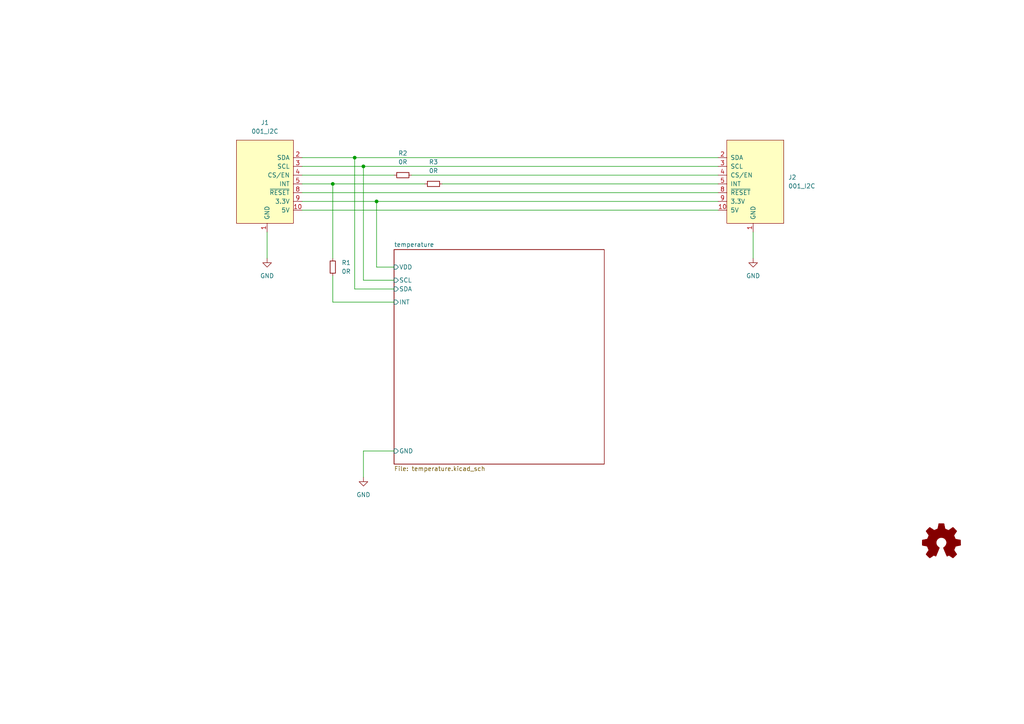
<source format=kicad_sch>
(kicad_sch (version 20211123) (generator eeschema)

  (uuid 57732dd3-1162-4c3f-88bd-31bf473d124d)

  (paper "A4")

  (lib_symbols
    (symbol "Device:R_Small" (pin_numbers hide) (pin_names (offset 0.254) hide) (in_bom yes) (on_board yes)
      (property "Reference" "R" (id 0) (at 0.762 0.508 0)
        (effects (font (size 1.27 1.27)) (justify left))
      )
      (property "Value" "R_Small" (id 1) (at 0.762 -1.016 0)
        (effects (font (size 1.27 1.27)) (justify left))
      )
      (property "Footprint" "" (id 2) (at 0 0 0)
        (effects (font (size 1.27 1.27)) hide)
      )
      (property "Datasheet" "~" (id 3) (at 0 0 0)
        (effects (font (size 1.27 1.27)) hide)
      )
      (property "ki_keywords" "R resistor" (id 4) (at 0 0 0)
        (effects (font (size 1.27 1.27)) hide)
      )
      (property "ki_description" "Resistor, small symbol" (id 5) (at 0 0 0)
        (effects (font (size 1.27 1.27)) hide)
      )
      (property "ki_fp_filters" "R_*" (id 6) (at 0 0 0)
        (effects (font (size 1.27 1.27)) hide)
      )
      (symbol "R_Small_0_1"
        (rectangle (start -0.762 1.778) (end 0.762 -1.778)
          (stroke (width 0.2032) (type default) (color 0 0 0 0))
          (fill (type none))
        )
      )
      (symbol "R_Small_1_1"
        (pin passive line (at 0 2.54 270) (length 0.762)
          (name "~" (effects (font (size 1.27 1.27))))
          (number "1" (effects (font (size 1.27 1.27))))
        )
        (pin passive line (at 0 -2.54 90) (length 0.762)
          (name "~" (effects (font (size 1.27 1.27))))
          (number "2" (effects (font (size 1.27 1.27))))
        )
      )
    )
    (symbol "Graphic:Logo_Open_Hardware_Small" (pin_names (offset 1.016)) (in_bom yes) (on_board yes)
      (property "Reference" "#LOGO" (id 0) (at 0 6.985 0)
        (effects (font (size 1.27 1.27)) hide)
      )
      (property "Value" "Logo_Open_Hardware_Small" (id 1) (at 0 -5.715 0)
        (effects (font (size 1.27 1.27)) hide)
      )
      (property "Footprint" "" (id 2) (at 0 0 0)
        (effects (font (size 1.27 1.27)) hide)
      )
      (property "Datasheet" "~" (id 3) (at 0 0 0)
        (effects (font (size 1.27 1.27)) hide)
      )
      (property "ki_keywords" "Logo" (id 4) (at 0 0 0)
        (effects (font (size 1.27 1.27)) hide)
      )
      (property "ki_description" "Open Hardware logo, small" (id 5) (at 0 0 0)
        (effects (font (size 1.27 1.27)) hide)
      )
      (symbol "Logo_Open_Hardware_Small_0_1"
        (polyline
          (pts
            (xy 3.3528 -4.3434)
            (xy 3.302 -4.318)
            (xy 3.175 -4.2418)
            (xy 2.9972 -4.1148)
            (xy 2.7686 -3.9624)
            (xy 2.54 -3.81)
            (xy 2.3622 -3.7084)
            (xy 2.2352 -3.6068)
            (xy 2.1844 -3.5814)
            (xy 2.159 -3.6068)
            (xy 2.0574 -3.6576)
            (xy 1.905 -3.7338)
            (xy 1.8034 -3.7846)
            (xy 1.6764 -3.8354)
            (xy 1.6002 -3.8354)
            (xy 1.6002 -3.8354)
            (xy 1.5494 -3.7338)
            (xy 1.4732 -3.5306)
            (xy 1.3462 -3.302)
            (xy 1.2446 -3.0226)
            (xy 1.1176 -2.7178)
            (xy 0.9652 -2.413)
            (xy 0.8636 -2.1082)
            (xy 0.7366 -1.8288)
            (xy 0.6604 -1.6256)
            (xy 0.6096 -1.4732)
            (xy 0.5842 -1.397)
            (xy 0.5842 -1.397)
            (xy 0.6604 -1.3208)
            (xy 0.7874 -1.2446)
            (xy 1.0414 -1.016)
            (xy 1.2954 -0.6858)
            (xy 1.4478 -0.3302)
            (xy 1.524 0.0762)
            (xy 1.4732 0.4572)
            (xy 1.3208 0.8128)
            (xy 1.0668 1.143)
            (xy 0.762 1.3716)
            (xy 0.4064 1.524)
            (xy 0 1.5748)
            (xy -0.381 1.5494)
            (xy -0.7366 1.397)
            (xy -1.0668 1.143)
            (xy -1.2192 0.9906)
            (xy -1.397 0.6604)
            (xy -1.524 0.3048)
            (xy -1.524 0.2286)
            (xy -1.4986 -0.1778)
            (xy -1.397 -0.5334)
            (xy -1.1938 -0.8636)
            (xy -0.9144 -1.143)
            (xy -0.8636 -1.1684)
            (xy -0.7366 -1.27)
            (xy -0.635 -1.3462)
            (xy -0.5842 -1.397)
            (xy -1.0668 -2.5908)
            (xy -1.143 -2.794)
            (xy -1.2954 -3.1242)
            (xy -1.397 -3.4036)
            (xy -1.4986 -3.6322)
            (xy -1.5748 -3.7846)
            (xy -1.6002 -3.8354)
            (xy -1.6002 -3.8354)
            (xy -1.651 -3.8354)
            (xy -1.7272 -3.81)
            (xy -1.905 -3.7338)
            (xy -2.0066 -3.683)
            (xy -2.1336 -3.6068)
            (xy -2.2098 -3.5814)
            (xy -2.2606 -3.6068)
            (xy -2.3622 -3.683)
            (xy -2.54 -3.81)
            (xy -2.7686 -3.9624)
            (xy -2.9718 -4.0894)
            (xy -3.1496 -4.2164)
            (xy -3.302 -4.318)
            (xy -3.3528 -4.3434)
            (xy -3.3782 -4.3434)
            (xy -3.429 -4.318)
            (xy -3.5306 -4.2164)
            (xy -3.7084 -4.064)
            (xy -3.937 -3.8354)
            (xy -3.9624 -3.81)
            (xy -4.1656 -3.6068)
            (xy -4.318 -3.4544)
            (xy -4.4196 -3.3274)
            (xy -4.445 -3.2766)
            (xy -4.445 -3.2766)
            (xy -4.4196 -3.2258)
            (xy -4.318 -3.0734)
            (xy -4.2164 -2.8956)
            (xy -4.064 -2.667)
            (xy -3.6576 -2.0828)
            (xy -3.8862 -1.5494)
            (xy -3.937 -1.3716)
            (xy -4.0386 -1.1684)
            (xy -4.0894 -1.0414)
            (xy -4.1148 -0.9652)
            (xy -4.191 -0.9398)
            (xy -4.318 -0.9144)
            (xy -4.5466 -0.8636)
            (xy -4.8006 -0.8128)
            (xy -5.0546 -0.7874)
            (xy -5.2578 -0.7366)
            (xy -5.4356 -0.7112)
            (xy -5.5118 -0.6858)
            (xy -5.5118 -0.6858)
            (xy -5.5372 -0.635)
            (xy -5.5372 -0.5588)
            (xy -5.5372 -0.4318)
            (xy -5.5626 -0.2286)
            (xy -5.5626 0.0762)
            (xy -5.5626 0.127)
            (xy -5.5372 0.4064)
            (xy -5.5372 0.635)
            (xy -5.5372 0.762)
            (xy -5.5372 0.8382)
            (xy -5.5372 0.8382)
            (xy -5.461 0.8382)
            (xy -5.3086 0.889)
            (xy -5.08 0.9144)
            (xy -4.826 0.9652)
            (xy -4.8006 0.9906)
            (xy -4.5466 1.0414)
            (xy -4.318 1.0668)
            (xy -4.1656 1.1176)
            (xy -4.0894 1.143)
            (xy -4.0894 1.143)
            (xy -4.0386 1.2446)
            (xy -3.9624 1.4224)
            (xy -3.8608 1.6256)
            (xy -3.7846 1.8288)
            (xy -3.7084 2.0066)
            (xy -3.6576 2.159)
            (xy -3.6322 2.2098)
            (xy -3.6322 2.2098)
            (xy -3.683 2.286)
            (xy -3.7592 2.413)
            (xy -3.8862 2.5908)
            (xy -4.064 2.8194)
            (xy -4.064 2.8448)
            (xy -4.2164 3.0734)
            (xy -4.3434 3.2512)
            (xy -4.4196 3.3782)
            (xy -4.445 3.4544)
            (xy -4.445 3.4544)
            (xy -4.3942 3.5052)
            (xy -4.2926 3.6322)
            (xy -4.1148 3.81)
            (xy -3.937 4.0132)
            (xy -3.8608 4.064)
            (xy -3.6576 4.2926)
            (xy -3.5052 4.4196)
            (xy -3.4036 4.4958)
            (xy -3.3528 4.5212)
            (xy -3.3528 4.5212)
            (xy -3.302 4.4704)
            (xy -3.1496 4.3688)
            (xy -2.9718 4.2418)
            (xy -2.7432 4.0894)
            (xy -2.7178 4.0894)
            (xy -2.4892 3.937)
            (xy -2.3114 3.81)
            (xy -2.1844 3.7084)
            (xy -2.1336 3.683)
            (xy -2.1082 3.683)
            (xy -2.032 3.7084)
            (xy -1.8542 3.7592)
            (xy -1.6764 3.8354)
            (xy -1.4732 3.937)
            (xy -1.27 4.0132)
            (xy -1.143 4.064)
            (xy -1.0668 4.1148)
            (xy -1.0668 4.1148)
            (xy -1.0414 4.191)
            (xy -1.016 4.3434)
            (xy -0.9652 4.572)
            (xy -0.9144 4.8514)
            (xy -0.889 4.9022)
            (xy -0.8382 5.1562)
            (xy -0.8128 5.3848)
            (xy -0.7874 5.5372)
            (xy -0.762 5.588)
            (xy -0.7112 5.6134)
            (xy -0.5842 5.6134)
            (xy -0.4064 5.6134)
            (xy -0.1524 5.6134)
            (xy 0.0762 5.6134)
            (xy 0.3302 5.6134)
            (xy 0.5334 5.6134)
            (xy 0.6858 5.588)
            (xy 0.7366 5.588)
            (xy 0.7366 5.588)
            (xy 0.762 5.5118)
            (xy 0.8128 5.334)
            (xy 0.8382 5.1054)
            (xy 0.9144 4.826)
            (xy 0.9144 4.7752)
            (xy 0.9652 4.5212)
            (xy 1.016 4.2926)
            (xy 1.0414 4.1402)
            (xy 1.0668 4.0894)
            (xy 1.0668 4.0894)
            (xy 1.1938 4.0386)
            (xy 1.3716 3.9624)
            (xy 1.5748 3.8608)
            (xy 2.0828 3.6576)
            (xy 2.7178 4.0894)
            (xy 2.7686 4.1402)
            (xy 2.9972 4.2926)
            (xy 3.175 4.4196)
            (xy 3.302 4.4958)
            (xy 3.3782 4.5212)
            (xy 3.3782 4.5212)
            (xy 3.429 4.4704)
            (xy 3.556 4.3434)
            (xy 3.7338 4.191)
            (xy 3.9116 3.9878)
            (xy 4.064 3.8354)
            (xy 4.2418 3.6576)
            (xy 4.3434 3.556)
            (xy 4.4196 3.4798)
            (xy 4.4196 3.429)
            (xy 4.4196 3.4036)
            (xy 4.3942 3.3274)
            (xy 4.2926 3.2004)
            (xy 4.1656 2.9972)
            (xy 4.0132 2.794)
            (xy 3.8862 2.5908)
            (xy 3.7592 2.3876)
            (xy 3.6576 2.2352)
            (xy 3.6322 2.159)
            (xy 3.6322 2.1336)
            (xy 3.683 2.0066)
            (xy 3.7592 1.8288)
            (xy 3.8608 1.6002)
            (xy 4.064 1.1176)
            (xy 4.3942 1.0414)
            (xy 4.5974 1.016)
            (xy 4.8768 0.9652)
            (xy 5.1308 0.9144)
            (xy 5.5372 0.8382)
            (xy 5.5626 -0.6604)
            (xy 5.4864 -0.6858)
            (xy 5.4356 -0.6858)
            (xy 5.2832 -0.7366)
            (xy 5.0546 -0.762)
            (xy 4.8006 -0.8128)
            (xy 4.5974 -0.8636)
            (xy 4.3688 -0.9144)
            (xy 4.2164 -0.9398)
            (xy 4.1402 -0.9398)
            (xy 4.1148 -0.9652)
            (xy 4.064 -1.0668)
            (xy 3.9878 -1.2446)
            (xy 3.9116 -1.4478)
            (xy 3.81 -1.651)
            (xy 3.7338 -1.8542)
            (xy 3.683 -2.0066)
            (xy 3.6576 -2.0828)
            (xy 3.683 -2.1336)
            (xy 3.7846 -2.2606)
            (xy 3.8862 -2.4638)
            (xy 4.0386 -2.667)
            (xy 4.191 -2.8956)
            (xy 4.318 -3.0734)
            (xy 4.3942 -3.2004)
            (xy 4.445 -3.2766)
            (xy 4.4196 -3.3274)
            (xy 4.3434 -3.429)
            (xy 4.1656 -3.5814)
            (xy 3.937 -3.8354)
            (xy 3.8862 -3.8608)
            (xy 3.683 -4.064)
            (xy 3.5306 -4.2164)
            (xy 3.4036 -4.318)
            (xy 3.3528 -4.3434)
          )
          (stroke (width 0) (type default) (color 0 0 0 0))
          (fill (type outline))
        )
      )
    )
    (symbol "power:GND" (power) (pin_names (offset 0)) (in_bom yes) (on_board yes)
      (property "Reference" "#PWR" (id 0) (at 0 -6.35 0)
        (effects (font (size 1.27 1.27)) hide)
      )
      (property "Value" "GND" (id 1) (at 0 -3.81 0)
        (effects (font (size 1.27 1.27)))
      )
      (property "Footprint" "" (id 2) (at 0 0 0)
        (effects (font (size 1.27 1.27)) hide)
      )
      (property "Datasheet" "" (id 3) (at 0 0 0)
        (effects (font (size 1.27 1.27)) hide)
      )
      (property "ki_keywords" "power-flag" (id 4) (at 0 0 0)
        (effects (font (size 1.27 1.27)) hide)
      )
      (property "ki_description" "Power symbol creates a global label with name \"GND\" , ground" (id 5) (at 0 0 0)
        (effects (font (size 1.27 1.27)) hide)
      )
      (symbol "GND_0_1"
        (polyline
          (pts
            (xy 0 0)
            (xy 0 -1.27)
            (xy 1.27 -1.27)
            (xy 0 -2.54)
            (xy -1.27 -1.27)
            (xy 0 -1.27)
          )
          (stroke (width 0) (type default) (color 0 0 0 0))
          (fill (type none))
        )
      )
      (symbol "GND_1_1"
        (pin power_in line (at 0 0 270) (length 0) hide
          (name "GND" (effects (font (size 1.27 1.27))))
          (number "1" (effects (font (size 1.27 1.27))))
        )
      )
    )
    (symbol "put_on_edge:001_I2C" (pin_names (offset 1.016)) (in_bom yes) (on_board yes)
      (property "Reference" "J" (id 0) (at -2.54 13.97 0)
        (effects (font (size 1.27 1.27)))
      )
      (property "Value" "001_I2C" (id 1) (at 8.89 13.97 0)
        (effects (font (size 1.27 1.27)))
      )
      (property "Footprint" "" (id 2) (at 7.62 16.51 0)
        (effects (font (size 1.27 1.27)) hide)
      )
      (property "Datasheet" "" (id 3) (at 7.62 16.51 0)
        (effects (font (size 1.27 1.27)) hide)
      )
      (symbol "001_I2C_0_1"
        (rectangle (start -8.89 12.7) (end 7.62 -11.43)
          (stroke (width 0) (type default) (color 0 0 0 0))
          (fill (type background))
        )
      )
      (symbol "001_I2C_1_1"
        (pin power_in line (at -1.27 -13.97 90) (length 2.54)
          (name "GND" (effects (font (size 1.27 1.27))))
          (number "1" (effects (font (size 1.27 1.27))))
        )
        (pin power_in line (at -11.43 -7.62 0) (length 2.54)
          (name "5V" (effects (font (size 1.27 1.27))))
          (number "10" (effects (font (size 1.27 1.27))))
        )
        (pin bidirectional line (at -11.43 7.62 0) (length 2.54)
          (name "SDA" (effects (font (size 1.27 1.27))))
          (number "2" (effects (font (size 1.27 1.27))))
        )
        (pin bidirectional line (at -11.43 5.08 0) (length 2.54)
          (name "SCL" (effects (font (size 1.27 1.27))))
          (number "3" (effects (font (size 1.27 1.27))))
        )
        (pin bidirectional line (at -11.43 2.54 0) (length 2.54)
          (name "CS/EN" (effects (font (size 1.27 1.27))))
          (number "4" (effects (font (size 1.27 1.27))))
        )
        (pin bidirectional line (at -11.43 0 0) (length 2.54)
          (name "INT" (effects (font (size 1.27 1.27))))
          (number "5" (effects (font (size 1.27 1.27))))
        )
        (pin bidirectional line (at -11.43 -2.54 0) (length 2.54)
          (name "~{RESET}" (effects (font (size 1.27 1.27))))
          (number "8" (effects (font (size 1.27 1.27))))
        )
        (pin power_in line (at -11.43 -5.08 0) (length 2.54)
          (name "3.3V" (effects (font (size 1.27 1.27))))
          (number "9" (effects (font (size 1.27 1.27))))
        )
      )
    )
  )

  (junction (at 105.41 48.26) (diameter 0) (color 0 0 0 0)
    (uuid 2f936b3f-72e0-4ae3-8a3c-0e3daace03b1)
  )
  (junction (at 109.22 58.42) (diameter 0) (color 0 0 0 0)
    (uuid 64f8a216-3350-49ad-b406-6f23130250ca)
  )
  (junction (at 96.52 53.34) (diameter 0) (color 0 0 0 0)
    (uuid 744fb3d3-f965-4956-96dc-e105e83169fc)
  )
  (junction (at 102.87 45.72) (diameter 0) (color 0 0 0 0)
    (uuid cfca0568-e7c8-44f8-aed1-0a14fdf863ae)
  )

  (wire (pts (xy 96.52 80.01) (xy 96.52 87.63))
    (stroke (width 0) (type default) (color 0 0 0 0))
    (uuid 0d48477f-89ec-4761-97a9-6bb60bc74627)
  )
  (wire (pts (xy 114.3 81.28) (xy 105.41 81.28))
    (stroke (width 0) (type default) (color 0 0 0 0))
    (uuid 10b6a639-92e1-4030-b6ed-912482a53dbf)
  )
  (wire (pts (xy 96.52 53.34) (xy 96.52 74.93))
    (stroke (width 0) (type default) (color 0 0 0 0))
    (uuid 155fb9c8-4cac-48d5-9ff2-f4ed740d3d8e)
  )
  (wire (pts (xy 96.52 87.63) (xy 114.3 87.63))
    (stroke (width 0) (type default) (color 0 0 0 0))
    (uuid 27d92bc3-9811-4cd1-81ef-6cd69be3fb9b)
  )
  (wire (pts (xy 87.63 55.88) (xy 208.28 55.88))
    (stroke (width 0) (type default) (color 0 0 0 0))
    (uuid 2d67bee8-1db3-4d76-97db-f5747579807c)
  )
  (wire (pts (xy 109.22 58.42) (xy 208.28 58.42))
    (stroke (width 0) (type default) (color 0 0 0 0))
    (uuid 35d1f935-fadd-49e6-8e54-d6e4410621a6)
  )
  (wire (pts (xy 87.63 53.34) (xy 96.52 53.34))
    (stroke (width 0) (type default) (color 0 0 0 0))
    (uuid 3a225a86-5ca4-4595-a876-bf0c0ab8555c)
  )
  (wire (pts (xy 105.41 130.81) (xy 105.41 138.43))
    (stroke (width 0) (type default) (color 0 0 0 0))
    (uuid 3c58fca4-9dda-460e-8c4e-9dea0aa3d35b)
  )
  (wire (pts (xy 114.3 77.47) (xy 109.22 77.47))
    (stroke (width 0) (type default) (color 0 0 0 0))
    (uuid 3e85ba27-8576-4557-b368-6b6061564889)
  )
  (wire (pts (xy 77.47 67.31) (xy 77.47 74.93))
    (stroke (width 0) (type default) (color 0 0 0 0))
    (uuid 49adbd6d-e46b-418e-a953-87f583108a17)
  )
  (wire (pts (xy 87.63 45.72) (xy 102.87 45.72))
    (stroke (width 0) (type default) (color 0 0 0 0))
    (uuid 5eaa8930-278e-48ac-8fd4-5b9cfb513032)
  )
  (wire (pts (xy 87.63 48.26) (xy 105.41 48.26))
    (stroke (width 0) (type default) (color 0 0 0 0))
    (uuid 6931d934-ea6f-4c9c-8084-011e77548e11)
  )
  (wire (pts (xy 102.87 45.72) (xy 208.28 45.72))
    (stroke (width 0) (type default) (color 0 0 0 0))
    (uuid 6cffbfb6-717d-486c-9885-0d9be3d29fd3)
  )
  (wire (pts (xy 105.41 48.26) (xy 208.28 48.26))
    (stroke (width 0) (type default) (color 0 0 0 0))
    (uuid 6f90f2a9-d165-4cd2-96c7-df0e509f9163)
  )
  (wire (pts (xy 105.41 81.28) (xy 105.41 48.26))
    (stroke (width 0) (type default) (color 0 0 0 0))
    (uuid 8456b4b9-9736-4488-a68f-4de010556785)
  )
  (wire (pts (xy 87.63 50.8) (xy 114.3 50.8))
    (stroke (width 0) (type default) (color 0 0 0 0))
    (uuid 852c4e43-d4ec-4a3c-9562-a06cebaedbf2)
  )
  (wire (pts (xy 96.52 53.34) (xy 123.19 53.34))
    (stroke (width 0) (type default) (color 0 0 0 0))
    (uuid 95cd7867-ddf8-452b-99b2-244b9478f263)
  )
  (wire (pts (xy 105.41 130.81) (xy 114.3 130.81))
    (stroke (width 0) (type default) (color 0 0 0 0))
    (uuid 97662ef2-5a5f-4fc4-a64d-8353bd3a25c2)
  )
  (wire (pts (xy 119.38 50.8) (xy 208.28 50.8))
    (stroke (width 0) (type default) (color 0 0 0 0))
    (uuid acb4acd2-bc20-4302-9cf8-86385299b0c0)
  )
  (wire (pts (xy 218.44 67.31) (xy 218.44 74.93))
    (stroke (width 0) (type default) (color 0 0 0 0))
    (uuid accd2906-5e36-4e89-a654-77c0c1493701)
  )
  (wire (pts (xy 114.3 83.82) (xy 102.87 83.82))
    (stroke (width 0) (type default) (color 0 0 0 0))
    (uuid cb8c9082-9142-4fa4-b4bd-93c0ef4a8df4)
  )
  (wire (pts (xy 87.63 58.42) (xy 109.22 58.42))
    (stroke (width 0) (type default) (color 0 0 0 0))
    (uuid d22d27a5-96a4-4480-827e-ae22a6c75c4f)
  )
  (wire (pts (xy 109.22 77.47) (xy 109.22 58.42))
    (stroke (width 0) (type default) (color 0 0 0 0))
    (uuid d2ee942e-6000-4627-a56e-907b08e756d0)
  )
  (wire (pts (xy 102.87 83.82) (xy 102.87 45.72))
    (stroke (width 0) (type default) (color 0 0 0 0))
    (uuid ddf0b279-6089-40e5-b20f-0d28e7ef0423)
  )
  (wire (pts (xy 87.63 60.96) (xy 208.28 60.96))
    (stroke (width 0) (type default) (color 0 0 0 0))
    (uuid e8eaa468-5f47-4ccb-b889-9d2d5f159e5e)
  )
  (wire (pts (xy 128.27 53.34) (xy 208.28 53.34))
    (stroke (width 0) (type default) (color 0 0 0 0))
    (uuid fcb7a535-6247-45bc-aaf8-bb28f82bddf0)
  )

  (symbol (lib_id "put_on_edge:001_I2C") (at 219.71 53.34 0) (unit 1)
    (in_bom yes) (on_board yes) (fields_autoplaced)
    (uuid 0df29e4b-9477-4a36-b5e8-32fc66289bb1)
    (property "Reference" "J2" (id 0) (at 228.6 51.4349 0)
      (effects (font (size 1.27 1.27)) (justify left))
    )
    (property "Value" "001_I2C" (id 1) (at 228.6 53.9749 0)
      (effects (font (size 1.27 1.27)) (justify left))
    )
    (property "Footprint" "on_edge:on_edge_2x05_host" (id 2) (at 227.33 36.83 0)
      (effects (font (size 1.27 1.27)) hide)
    )
    (property "Datasheet" "" (id 3) (at 227.33 36.83 0)
      (effects (font (size 1.27 1.27)) hide)
    )
    (pin "1" (uuid 3aab388d-6331-4c1f-a165-521045c2147a))
    (pin "10" (uuid 5da869b5-442e-4a53-8e0f-bd48e86242c1))
    (pin "2" (uuid 2acf490a-2d50-4545-a070-248b102df90f))
    (pin "3" (uuid bdcdf1b8-09aa-4bb9-a77c-ca87d4a30986))
    (pin "4" (uuid 992fa1b1-9727-4baf-83c6-942b97254a8c))
    (pin "5" (uuid d9ba3687-1942-4ed8-9bfe-1b530d130575))
    (pin "8" (uuid 8c0b399d-6b04-4d31-bca5-9a8abcf79395))
    (pin "9" (uuid e0fd832a-8e2c-47a9-86fe-95a76aec73b6))
  )

  (symbol (lib_id "power:GND") (at 77.47 74.93 0) (unit 1)
    (in_bom yes) (on_board yes) (fields_autoplaced)
    (uuid 25e85bfe-57ad-4fdf-bfa2-ca672a1765d9)
    (property "Reference" "#PWR0103" (id 0) (at 77.47 81.28 0)
      (effects (font (size 1.27 1.27)) hide)
    )
    (property "Value" "GND" (id 1) (at 77.47 80.01 0))
    (property "Footprint" "" (id 2) (at 77.47 74.93 0)
      (effects (font (size 1.27 1.27)) hide)
    )
    (property "Datasheet" "" (id 3) (at 77.47 74.93 0)
      (effects (font (size 1.27 1.27)) hide)
    )
    (pin "1" (uuid 29d07635-2c30-4d39-a120-c58e4c78e11f))
  )

  (symbol (lib_id "Device:R_Small") (at 116.84 50.8 90) (unit 1)
    (in_bom yes) (on_board yes) (fields_autoplaced)
    (uuid 4c9b7811-3299-43b1-8a32-5c5f43af5877)
    (property "Reference" "R2" (id 0) (at 116.84 44.45 90))
    (property "Value" "0R" (id 1) (at 116.84 46.99 90))
    (property "Footprint" "Resistor_SMD:R_0603_1608Metric" (id 2) (at 116.84 50.8 0)
      (effects (font (size 1.27 1.27)) hide)
    )
    (property "Datasheet" "~" (id 3) (at 116.84 50.8 0)
      (effects (font (size 1.27 1.27)) hide)
    )
    (pin "1" (uuid 239fa56e-b3b7-4a2a-bdaf-3d4af5f9edb7))
    (pin "2" (uuid 87ff35f5-6f91-4c07-9d92-474f23ea8adc))
  )

  (symbol (lib_id "power:GND") (at 105.41 138.43 0) (unit 1)
    (in_bom yes) (on_board yes) (fields_autoplaced)
    (uuid 7be1302f-96c0-4706-9db3-092ac11190a1)
    (property "Reference" "#PWR0102" (id 0) (at 105.41 144.78 0)
      (effects (font (size 1.27 1.27)) hide)
    )
    (property "Value" "GND" (id 1) (at 105.41 143.51 0))
    (property "Footprint" "" (id 2) (at 105.41 138.43 0)
      (effects (font (size 1.27 1.27)) hide)
    )
    (property "Datasheet" "" (id 3) (at 105.41 138.43 0)
      (effects (font (size 1.27 1.27)) hide)
    )
    (pin "1" (uuid 84dd33e2-c1a8-4265-bc90-b6a48d3329e6))
  )

  (symbol (lib_id "put_on_edge:001_I2C") (at 76.2 53.34 0) (mirror y) (unit 1)
    (in_bom yes) (on_board yes) (fields_autoplaced)
    (uuid 8116189a-035f-44a4-af2c-8aff3b937db9)
    (property "Reference" "J1" (id 0) (at 76.835 35.56 0))
    (property "Value" "001_I2C" (id 1) (at 76.835 38.1 0))
    (property "Footprint" "on_edge:on_edge_2x05_device" (id 2) (at 68.58 36.83 0)
      (effects (font (size 1.27 1.27)) hide)
    )
    (property "Datasheet" "" (id 3) (at 68.58 36.83 0)
      (effects (font (size 1.27 1.27)) hide)
    )
    (pin "1" (uuid bf87ecc6-4d17-4f77-a48d-526d0bec003e))
    (pin "10" (uuid fed6c8d8-4e93-4482-baea-0dae925e3419))
    (pin "2" (uuid 1a2cb060-c7a8-48a3-93a4-3e83cb80ccf0))
    (pin "3" (uuid ecce5f32-e1e3-49a7-b5ff-10bf22c6d0db))
    (pin "4" (uuid db0ec30f-c9b7-4f43-b429-9e4fc6a3ee36))
    (pin "5" (uuid 7c204993-d4ec-4b69-a5a4-b52bb409d33d))
    (pin "8" (uuid fccf6e5b-dfc6-431b-b911-f1041cae24f6))
    (pin "9" (uuid 8e68de0e-2f59-44a6-bfc9-1106428485d3))
  )

  (symbol (lib_id "Device:R_Small") (at 96.52 77.47 180) (unit 1)
    (in_bom yes) (on_board yes) (fields_autoplaced)
    (uuid 974ceb87-3d99-496d-a3de-f3de2043dfff)
    (property "Reference" "R1" (id 0) (at 99.06 76.1999 0)
      (effects (font (size 1.27 1.27)) (justify right))
    )
    (property "Value" "0R" (id 1) (at 99.06 78.7399 0)
      (effects (font (size 1.27 1.27)) (justify right))
    )
    (property "Footprint" "Resistor_SMD:R_0603_1608Metric" (id 2) (at 96.52 77.47 0)
      (effects (font (size 1.27 1.27)) hide)
    )
    (property "Datasheet" "~" (id 3) (at 96.52 77.47 0)
      (effects (font (size 1.27 1.27)) hide)
    )
    (pin "1" (uuid 4101f564-747e-4d2c-b480-410791a475e8))
    (pin "2" (uuid 030d0b6b-df51-4564-9726-14b9a16cbacc))
  )

  (symbol (lib_id "Device:R_Small") (at 125.73 53.34 90) (unit 1)
    (in_bom yes) (on_board yes) (fields_autoplaced)
    (uuid a05d61c7-c186-4263-aa7a-424eab4e0880)
    (property "Reference" "R3" (id 0) (at 125.73 46.99 90))
    (property "Value" "0R" (id 1) (at 125.73 49.53 90))
    (property "Footprint" "Resistor_SMD:R_0603_1608Metric" (id 2) (at 125.73 53.34 0)
      (effects (font (size 1.27 1.27)) hide)
    )
    (property "Datasheet" "~" (id 3) (at 125.73 53.34 0)
      (effects (font (size 1.27 1.27)) hide)
    )
    (pin "1" (uuid b5102fb1-2937-4828-9e7f-893999aa63e2))
    (pin "2" (uuid 4d028780-e73d-497f-8698-83c424ab4864))
  )

  (symbol (lib_id "power:GND") (at 218.44 74.93 0) (unit 1)
    (in_bom yes) (on_board yes) (fields_autoplaced)
    (uuid b022bc21-f887-405c-b185-48d9a843b034)
    (property "Reference" "#PWR0101" (id 0) (at 218.44 81.28 0)
      (effects (font (size 1.27 1.27)) hide)
    )
    (property "Value" "GND" (id 1) (at 218.44 80.01 0))
    (property "Footprint" "" (id 2) (at 218.44 74.93 0)
      (effects (font (size 1.27 1.27)) hide)
    )
    (property "Datasheet" "" (id 3) (at 218.44 74.93 0)
      (effects (font (size 1.27 1.27)) hide)
    )
    (pin "1" (uuid 15d0ca20-96d6-4d48-9f01-79244e8deded))
  )

  (symbol (lib_id "Graphic:Logo_Open_Hardware_Small") (at 273.05 157.48 0) (unit 1)
    (in_bom yes) (on_board yes) (fields_autoplaced)
    (uuid b72b6f4a-7489-40f2-bb90-d75ae01aa368)
    (property "Reference" "LOGO1" (id 0) (at 273.05 150.495 0)
      (effects (font (size 1.27 1.27)) hide)
    )
    (property "Value" "Logo_Open_Hardware_Small" (id 1) (at 273.05 163.195 0)
      (effects (font (size 1.27 1.27)) hide)
    )
    (property "Footprint" "Symbol:OSHW-Symbol_6.7x6mm_SilkScreen" (id 2) (at 273.05 157.48 0)
      (effects (font (size 1.27 1.27)) hide)
    )
    (property "Datasheet" "~" (id 3) (at 273.05 157.48 0)
      (effects (font (size 1.27 1.27)) hide)
    )
  )

  (sheet (at 114.3 72.39) (size 60.96 62.23) (fields_autoplaced)
    (stroke (width 0.1524) (type solid) (color 0 0 0 0))
    (fill (color 0 0 0 0.0000))
    (uuid 767ce4c6-0e55-4543-92f0-34cb8237a544)
    (property "Sheet name" "temperature" (id 0) (at 114.3 71.6784 0)
      (effects (font (size 1.27 1.27)) (justify left bottom))
    )
    (property "Sheet file" "temperature.kicad_sch" (id 1) (at 114.3 135.2046 0)
      (effects (font (size 1.27 1.27)) (justify left top))
    )
    (pin "SCL" input (at 114.3 81.28 180)
      (effects (font (size 1.27 1.27)) (justify left))
      (uuid 7be6484e-63f7-4a24-928c-8dff2a7d5001)
    )
    (pin "SDA" input (at 114.3 83.82 180)
      (effects (font (size 1.27 1.27)) (justify left))
      (uuid 08a9e861-a535-4ccc-bc9c-4a3ff8170536)
    )
    (pin "VDD" input (at 114.3 77.47 180)
      (effects (font (size 1.27 1.27)) (justify left))
      (uuid 3ca327d8-969c-4ef3-a069-37e436284117)
    )
    (pin "INT" input (at 114.3 87.63 180)
      (effects (font (size 1.27 1.27)) (justify left))
      (uuid 930b95fc-f05e-4f5d-90cc-4bacddc14fd5)
    )
    (pin "GND" input (at 114.3 130.81 180)
      (effects (font (size 1.27 1.27)) (justify left))
      (uuid 908eddc6-91ee-42c8-b1f5-5431a2d79823)
    )
  )

  (sheet_instances
    (path "/" (page "1"))
    (path "/767ce4c6-0e55-4543-92f0-34cb8237a544" (page "2"))
  )

  (symbol_instances
    (path "/b022bc21-f887-405c-b185-48d9a843b034"
      (reference "#PWR0101") (unit 1) (value "GND") (footprint "")
    )
    (path "/7be1302f-96c0-4706-9db3-092ac11190a1"
      (reference "#PWR0102") (unit 1) (value "GND") (footprint "")
    )
    (path "/25e85bfe-57ad-4fdf-bfa2-ca672a1765d9"
      (reference "#PWR0103") (unit 1) (value "GND") (footprint "")
    )
    (path "/767ce4c6-0e55-4543-92f0-34cb8237a544/f7c3db7e-e58a-4d46-ae7b-1449cae9d05c"
      (reference "C1") (unit 1) (value "100nF") (footprint "Capacitor_SMD:C_0603_1608Metric")
    )
    (path "/8116189a-035f-44a4-af2c-8aff3b937db9"
      (reference "J1") (unit 1) (value "001_I2C") (footprint "on_edge:on_edge_2x05_device")
    )
    (path "/0df29e4b-9477-4a36-b5e8-32fc66289bb1"
      (reference "J2") (unit 1) (value "001_I2C") (footprint "on_edge:on_edge_2x05_host")
    )
    (path "/b72b6f4a-7489-40f2-bb90-d75ae01aa368"
      (reference "LOGO1") (unit 1) (value "Logo_Open_Hardware_Small") (footprint "Symbol:OSHW-Symbol_6.7x6mm_SilkScreen")
    )
    (path "/974ceb87-3d99-496d-a3de-f3de2043dfff"
      (reference "R1") (unit 1) (value "0R") (footprint "Resistor_SMD:R_0603_1608Metric")
    )
    (path "/4c9b7811-3299-43b1-8a32-5c5f43af5877"
      (reference "R2") (unit 1) (value "0R") (footprint "Resistor_SMD:R_0603_1608Metric")
    )
    (path "/a05d61c7-c186-4263-aa7a-424eab4e0880"
      (reference "R3") (unit 1) (value "0R") (footprint "Resistor_SMD:R_0603_1608Metric")
    )
    (path "/767ce4c6-0e55-4543-92f0-34cb8237a544/82428a43-ab5f-4ffd-92da-30481b30de55"
      (reference "R4") (unit 1) (value "d.n.p") (footprint "Resistor_SMD:R_0603_1608Metric")
    )
    (path "/767ce4c6-0e55-4543-92f0-34cb8237a544/39d4afcf-706b-4324-9c27-6ec84226d7e9"
      (reference "R5") (unit 1) (value "0R") (footprint "Resistor_SMD:R_0603_1608Metric")
    )
    (path "/767ce4c6-0e55-4543-92f0-34cb8237a544/64f47dd5-b00c-4892-b69a-b88fc46e80da"
      (reference "R6") (unit 1) (value "d.n.p") (footprint "Resistor_SMD:R_0603_1608Metric")
    )
    (path "/767ce4c6-0e55-4543-92f0-34cb8237a544/462758e0-b3c2-4cee-9cbf-7ed8be302fb7"
      (reference "R7") (unit 1) (value "0R") (footprint "Resistor_SMD:R_0603_1608Metric")
    )
    (path "/767ce4c6-0e55-4543-92f0-34cb8237a544/7d1196cb-4a5c-4fff-8f77-dd8db40eda17"
      (reference "R8") (unit 1) (value "d.n.p") (footprint "Resistor_SMD:R_0603_1608Metric")
    )
    (path "/767ce4c6-0e55-4543-92f0-34cb8237a544/1f13a8bb-a61b-485e-817e-d6db43c80b16"
      (reference "R9") (unit 1) (value "0R") (footprint "Resistor_SMD:R_0603_1608Metric")
    )
    (path "/767ce4c6-0e55-4543-92f0-34cb8237a544/5048b063-a847-4463-9fb0-b3d3d8ba3996"
      (reference "U1") (unit 1) (value "MCP9844x-xMN") (footprint "Package_DFN_QFN:DFN-8-1EP_3x2mm_P0.5mm_EP1.36x1.46mm")
    )
  )
)

</source>
